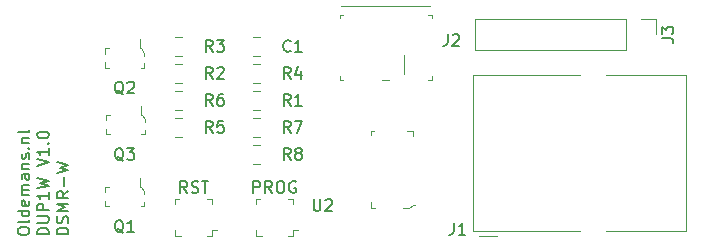
<source format=gbr>
%TF.GenerationSoftware,KiCad,Pcbnew,(5.1.9-0-10_14)*%
%TF.CreationDate,2021-03-01T21:27:09+01:00*%
%TF.ProjectId,P1_wifi,50315f77-6966-4692-9e6b-696361645f70,rev?*%
%TF.SameCoordinates,Original*%
%TF.FileFunction,Legend,Top*%
%TF.FilePolarity,Positive*%
%FSLAX46Y46*%
G04 Gerber Fmt 4.6, Leading zero omitted, Abs format (unit mm)*
G04 Created by KiCad (PCBNEW (5.1.9-0-10_14)) date 2021-03-01 21:27:09*
%MOMM*%
%LPD*%
G01*
G04 APERTURE LIST*
%ADD10C,0.150000*%
%ADD11C,0.100000*%
%ADD12C,0.120000*%
G04 APERTURE END LIST*
D10*
X850380Y1288071D02*
X850380Y1478547D01*
X898000Y1573785D01*
X993238Y1669023D01*
X1183714Y1716642D01*
X1517047Y1716642D01*
X1707523Y1669023D01*
X1802761Y1573785D01*
X1850380Y1478547D01*
X1850380Y1288071D01*
X1802761Y1192833D01*
X1707523Y1097595D01*
X1517047Y1049976D01*
X1183714Y1049976D01*
X993238Y1097595D01*
X898000Y1192833D01*
X850380Y1288071D01*
X1850380Y2288071D02*
X1802761Y2192833D01*
X1707523Y2145214D01*
X850380Y2145214D01*
X1850380Y3097595D02*
X850380Y3097595D01*
X1802761Y3097595D02*
X1850380Y3002357D01*
X1850380Y2811880D01*
X1802761Y2716642D01*
X1755142Y2669023D01*
X1659904Y2621404D01*
X1374190Y2621404D01*
X1278952Y2669023D01*
X1231333Y2716642D01*
X1183714Y2811880D01*
X1183714Y3002357D01*
X1231333Y3097595D01*
X1802761Y3954738D02*
X1850380Y3859500D01*
X1850380Y3669023D01*
X1802761Y3573785D01*
X1707523Y3526166D01*
X1326571Y3526166D01*
X1231333Y3573785D01*
X1183714Y3669023D01*
X1183714Y3859500D01*
X1231333Y3954738D01*
X1326571Y4002357D01*
X1421809Y4002357D01*
X1517047Y3526166D01*
X1850380Y4430928D02*
X1183714Y4430928D01*
X1278952Y4430928D02*
X1231333Y4478547D01*
X1183714Y4573785D01*
X1183714Y4716642D01*
X1231333Y4811880D01*
X1326571Y4859500D01*
X1850380Y4859500D01*
X1326571Y4859500D02*
X1231333Y4907119D01*
X1183714Y5002357D01*
X1183714Y5145214D01*
X1231333Y5240452D01*
X1326571Y5288071D01*
X1850380Y5288071D01*
X1850380Y6192833D02*
X1326571Y6192833D01*
X1231333Y6145214D01*
X1183714Y6049976D01*
X1183714Y5859499D01*
X1231333Y5764261D01*
X1802761Y6192833D02*
X1850380Y6097595D01*
X1850380Y5859499D01*
X1802761Y5764261D01*
X1707523Y5716642D01*
X1612285Y5716642D01*
X1517047Y5764261D01*
X1469428Y5859499D01*
X1469428Y6097595D01*
X1421809Y6192833D01*
X1183714Y6669023D02*
X1850380Y6669023D01*
X1278952Y6669023D02*
X1231333Y6716642D01*
X1183714Y6811880D01*
X1183714Y6954738D01*
X1231333Y7049976D01*
X1326571Y7097595D01*
X1850380Y7097595D01*
X1802761Y7526166D02*
X1850380Y7621404D01*
X1850380Y7811880D01*
X1802761Y7907119D01*
X1707523Y7954738D01*
X1659904Y7954738D01*
X1564666Y7907119D01*
X1517047Y7811880D01*
X1517047Y7669023D01*
X1469428Y7573785D01*
X1374190Y7526166D01*
X1326571Y7526166D01*
X1231333Y7573785D01*
X1183714Y7669023D01*
X1183714Y7811880D01*
X1231333Y7907119D01*
X1755142Y8383309D02*
X1802761Y8430928D01*
X1850380Y8383309D01*
X1802761Y8335690D01*
X1755142Y8383309D01*
X1850380Y8383309D01*
X1183714Y8859500D02*
X1850380Y8859500D01*
X1278952Y8859500D02*
X1231333Y8907119D01*
X1183714Y9002357D01*
X1183714Y9145214D01*
X1231333Y9240452D01*
X1326571Y9288071D01*
X1850380Y9288071D01*
X1850380Y9907119D02*
X1802761Y9811880D01*
X1707523Y9764261D01*
X850380Y9764261D01*
X3500380Y1097595D02*
X2500380Y1097595D01*
X2500380Y1335690D01*
X2548000Y1478547D01*
X2643238Y1573785D01*
X2738476Y1621404D01*
X2928952Y1669023D01*
X3071809Y1669023D01*
X3262285Y1621404D01*
X3357523Y1573785D01*
X3452761Y1478547D01*
X3500380Y1335690D01*
X3500380Y1097595D01*
X2500380Y2097595D02*
X3309904Y2097595D01*
X3405142Y2145214D01*
X3452761Y2192833D01*
X3500380Y2288071D01*
X3500380Y2478547D01*
X3452761Y2573785D01*
X3405142Y2621404D01*
X3309904Y2669023D01*
X2500380Y2669023D01*
X3500380Y3145214D02*
X2500380Y3145214D01*
X2500380Y3526166D01*
X2548000Y3621404D01*
X2595619Y3669023D01*
X2690857Y3716642D01*
X2833714Y3716642D01*
X2928952Y3669023D01*
X2976571Y3621404D01*
X3024190Y3526166D01*
X3024190Y3145214D01*
X3500380Y4669023D02*
X3500380Y4097595D01*
X3500380Y4383309D02*
X2500380Y4383309D01*
X2643238Y4288071D01*
X2738476Y4192833D01*
X2786095Y4097595D01*
X2500380Y5002357D02*
X3500380Y5240452D01*
X2786095Y5430928D01*
X3500380Y5621404D01*
X2500380Y5859500D01*
X2500380Y6859500D02*
X3500380Y7192833D01*
X2500380Y7526166D01*
X3500380Y8383309D02*
X3500380Y7811880D01*
X3500380Y8097595D02*
X2500380Y8097595D01*
X2643238Y8002357D01*
X2738476Y7907119D01*
X2786095Y7811880D01*
X3405142Y8811880D02*
X3452761Y8859500D01*
X3500380Y8811880D01*
X3452761Y8764261D01*
X3405142Y8811880D01*
X3500380Y8811880D01*
X2500380Y9478547D02*
X2500380Y9573785D01*
X2548000Y9669023D01*
X2595619Y9716642D01*
X2690857Y9764261D01*
X2881333Y9811880D01*
X3119428Y9811880D01*
X3309904Y9764261D01*
X3405142Y9716642D01*
X3452761Y9669023D01*
X3500380Y9573785D01*
X3500380Y9478547D01*
X3452761Y9383309D01*
X3405142Y9335690D01*
X3309904Y9288071D01*
X3119428Y9240452D01*
X2881333Y9240452D01*
X2690857Y9288071D01*
X2595619Y9335690D01*
X2548000Y9383309D01*
X2500380Y9478547D01*
X5150380Y1097595D02*
X4150380Y1097595D01*
X4150380Y1335690D01*
X4198000Y1478547D01*
X4293238Y1573785D01*
X4388476Y1621404D01*
X4578952Y1669023D01*
X4721809Y1669023D01*
X4912285Y1621404D01*
X5007523Y1573785D01*
X5102761Y1478547D01*
X5150380Y1335690D01*
X5150380Y1097595D01*
X5102761Y2049976D02*
X5150380Y2192833D01*
X5150380Y2430928D01*
X5102761Y2526166D01*
X5055142Y2573785D01*
X4959904Y2621404D01*
X4864666Y2621404D01*
X4769428Y2573785D01*
X4721809Y2526166D01*
X4674190Y2430928D01*
X4626571Y2240452D01*
X4578952Y2145214D01*
X4531333Y2097595D01*
X4436095Y2049976D01*
X4340857Y2049976D01*
X4245619Y2097595D01*
X4198000Y2145214D01*
X4150380Y2240452D01*
X4150380Y2478547D01*
X4198000Y2621404D01*
X5150380Y3049976D02*
X4150380Y3049976D01*
X4864666Y3383309D01*
X4150380Y3716642D01*
X5150380Y3716642D01*
X5150380Y4764261D02*
X4674190Y4430928D01*
X5150380Y4192833D02*
X4150380Y4192833D01*
X4150380Y4573785D01*
X4198000Y4669023D01*
X4245619Y4716642D01*
X4340857Y4764261D01*
X4483714Y4764261D01*
X4578952Y4716642D01*
X4626571Y4669023D01*
X4674190Y4573785D01*
X4674190Y4192833D01*
X4769428Y5192833D02*
X4769428Y5954738D01*
X4150380Y6335690D02*
X5150380Y6573785D01*
X4436095Y6764261D01*
X5150380Y6954738D01*
X4150380Y7192833D01*
X20820285Y4627619D02*
X20820285Y5627619D01*
X21201238Y5627619D01*
X21296476Y5580000D01*
X21344095Y5532380D01*
X21391714Y5437142D01*
X21391714Y5294285D01*
X21344095Y5199047D01*
X21296476Y5151428D01*
X21201238Y5103809D01*
X20820285Y5103809D01*
X22391714Y4627619D02*
X22058380Y5103809D01*
X21820285Y4627619D02*
X21820285Y5627619D01*
X22201238Y5627619D01*
X22296476Y5580000D01*
X22344095Y5532380D01*
X22391714Y5437142D01*
X22391714Y5294285D01*
X22344095Y5199047D01*
X22296476Y5151428D01*
X22201238Y5103809D01*
X21820285Y5103809D01*
X23010761Y5627619D02*
X23201238Y5627619D01*
X23296476Y5580000D01*
X23391714Y5484761D01*
X23439333Y5294285D01*
X23439333Y4960952D01*
X23391714Y4770476D01*
X23296476Y4675238D01*
X23201238Y4627619D01*
X23010761Y4627619D01*
X22915523Y4675238D01*
X22820285Y4770476D01*
X22772666Y4960952D01*
X22772666Y5294285D01*
X22820285Y5484761D01*
X22915523Y5580000D01*
X23010761Y5627619D01*
X24391714Y5580000D02*
X24296476Y5627619D01*
X24153619Y5627619D01*
X24010761Y5580000D01*
X23915523Y5484761D01*
X23867904Y5389523D01*
X23820285Y5199047D01*
X23820285Y5056190D01*
X23867904Y4865714D01*
X23915523Y4770476D01*
X24010761Y4675238D01*
X24153619Y4627619D01*
X24248857Y4627619D01*
X24391714Y4675238D01*
X24439333Y4722857D01*
X24439333Y5056190D01*
X24248857Y5056190D01*
X15200380Y4627619D02*
X14867047Y5103809D01*
X14628952Y4627619D02*
X14628952Y5627619D01*
X15009904Y5627619D01*
X15105142Y5580000D01*
X15152761Y5532380D01*
X15200380Y5437142D01*
X15200380Y5294285D01*
X15152761Y5199047D01*
X15105142Y5151428D01*
X15009904Y5103809D01*
X14628952Y5103809D01*
X15581333Y4675238D02*
X15724190Y4627619D01*
X15962285Y4627619D01*
X16057523Y4675238D01*
X16105142Y4722857D01*
X16152761Y4818095D01*
X16152761Y4913333D01*
X16105142Y5008571D01*
X16057523Y5056190D01*
X15962285Y5103809D01*
X15771809Y5151428D01*
X15676571Y5199047D01*
X15628952Y5246666D01*
X15581333Y5341904D01*
X15581333Y5437142D01*
X15628952Y5532380D01*
X15676571Y5580000D01*
X15771809Y5627619D01*
X16009904Y5627619D01*
X16152761Y5580000D01*
X16438476Y5627619D02*
X17009904Y5627619D01*
X16724190Y4627619D02*
X16724190Y5627619D01*
D11*
%TO.C,PROG1*%
X24206000Y4140000D02*
X24206000Y3640000D01*
X24206000Y4140000D02*
X23706000Y4140000D01*
X21006000Y4140000D02*
X21406000Y4140000D01*
X21006000Y4140000D02*
X21006000Y3640000D01*
X21006000Y940000D02*
X21006000Y1440000D01*
X21006000Y940000D02*
X21506000Y940000D01*
X24206000Y940000D02*
X24206000Y1440000D01*
X24206000Y1440000D02*
X24606000Y1440000D01*
X24206000Y940000D02*
X23706000Y940000D01*
%TO.C,RST1*%
X17348000Y4140000D02*
X17348000Y3640000D01*
X17348000Y4140000D02*
X16848000Y4140000D01*
X14148000Y4140000D02*
X14548000Y4140000D01*
X14148000Y4140000D02*
X14148000Y3640000D01*
X14148000Y940000D02*
X14148000Y1440000D01*
X14148000Y940000D02*
X14648000Y940000D01*
X17348000Y940000D02*
X17348000Y1440000D01*
X17348000Y1440000D02*
X17748000Y1440000D01*
X17348000Y940000D02*
X16848000Y940000D01*
%TO.C,Q1*%
X11556000Y3493000D02*
X11256000Y3493000D01*
X11556000Y3868000D02*
X11556000Y3493000D01*
X8256000Y3493000D02*
X8256000Y3943000D01*
X8556000Y3493000D02*
X8256000Y3493000D01*
X8481000Y3493000D02*
X8606000Y3493000D01*
X8256000Y5143000D02*
X8606000Y5143000D01*
X8256000Y4668000D02*
X8256000Y5143000D01*
X11231000Y5143000D02*
X11231000Y5918000D01*
X11281000Y5143000D02*
X11231000Y5143000D01*
X11556000Y4768000D02*
X11281000Y5143000D01*
X11556000Y4493000D02*
X11556000Y4768000D01*
%TO.C,U2*%
X30737000Y9879000D02*
X31037000Y9879000D01*
X30737000Y9504000D02*
X30737000Y9879000D01*
X30737000Y3329000D02*
X31137000Y3329000D01*
X30737000Y3829000D02*
X30737000Y3329000D01*
X34287000Y9879000D02*
X34287000Y9429000D01*
X33812000Y9879000D02*
X34287000Y9879000D01*
X34287000Y3629000D02*
X34482000Y3629000D01*
X33962000Y3329000D02*
X34287000Y3629000D01*
X33487000Y3329000D02*
X33962000Y3329000D01*
D12*
%TO.C,R8*%
X21402000Y8674000D02*
X20802000Y8674000D01*
X21382000Y7074000D02*
X20782000Y7074000D01*
%TO.C,R7*%
X20762000Y9360000D02*
X21362000Y9360000D01*
X20782000Y10960000D02*
X21382000Y10960000D01*
%TO.C,R6*%
X14798000Y13246000D02*
X14198000Y13246000D01*
X14778000Y11646000D02*
X14178000Y11646000D01*
%TO.C,R5*%
X14158000Y9360000D02*
X14758000Y9360000D01*
X14178000Y10960000D02*
X14778000Y10960000D01*
%TO.C,R4*%
X20762000Y13932000D02*
X21362000Y13932000D01*
X20782000Y15532000D02*
X21382000Y15532000D01*
%TO.C,R3*%
X14158000Y16218000D02*
X14758000Y16218000D01*
X14178000Y17818000D02*
X14778000Y17818000D01*
%TO.C,R2*%
X14158000Y13932000D02*
X14758000Y13932000D01*
X14178000Y15532000D02*
X14778000Y15532000D01*
%TO.C,R1*%
X21402000Y13246000D02*
X20802000Y13246000D01*
X21382000Y11646000D02*
X20782000Y11646000D01*
D11*
%TO.C,Q3*%
X11622000Y9589000D02*
X11322000Y9589000D01*
X11622000Y9964000D02*
X11622000Y9589000D01*
X8322000Y9589000D02*
X8322000Y10039000D01*
X8622000Y9589000D02*
X8322000Y9589000D01*
X8547000Y9589000D02*
X8672000Y9589000D01*
X8322000Y11239000D02*
X8672000Y11239000D01*
X8322000Y10764000D02*
X8322000Y11239000D01*
X11297000Y11239000D02*
X11297000Y12014000D01*
X11347000Y11239000D02*
X11297000Y11239000D01*
X11622000Y10864000D02*
X11347000Y11239000D01*
X11622000Y10589000D02*
X11622000Y10864000D01*
%TO.C,Q2*%
X11556000Y15211000D02*
X11256000Y15211000D01*
X11556000Y15586000D02*
X11556000Y15211000D01*
X8256000Y15211000D02*
X8256000Y15661000D01*
X8556000Y15211000D02*
X8256000Y15211000D01*
X8481000Y15211000D02*
X8606000Y15211000D01*
X8256000Y16861000D02*
X8606000Y16861000D01*
X8256000Y16386000D02*
X8256000Y16861000D01*
X11231000Y16861000D02*
X11231000Y17636000D01*
X11281000Y16861000D02*
X11231000Y16861000D01*
X11556000Y16486000D02*
X11281000Y16861000D01*
X11556000Y16211000D02*
X11556000Y16486000D01*
D12*
%TO.C,J3*%
X39564000Y19364000D02*
X39564000Y16704000D01*
X52324000Y19364000D02*
X39564000Y19364000D01*
X52324000Y16704000D02*
X39564000Y16704000D01*
X52324000Y19364000D02*
X52324000Y16704000D01*
X53594000Y19364000D02*
X54924000Y19364000D01*
X54924000Y19364000D02*
X54924000Y18034000D01*
D11*
%TO.C,J2*%
X33604000Y14688000D02*
X33604000Y16288000D01*
X32004000Y14188000D02*
X31704000Y14188000D01*
X32004000Y14188000D02*
X32304000Y14188000D01*
X28104000Y19688000D02*
X28104000Y19388000D01*
X28104000Y19688000D02*
X28404000Y19688000D01*
X35904000Y19688000D02*
X35904000Y19388000D01*
X35904000Y19688000D02*
X35604000Y19688000D01*
X35904000Y14188000D02*
X35604000Y14188000D01*
X35904000Y14188000D02*
X35904000Y14488000D01*
X28104000Y14188000D02*
X28404000Y14188000D01*
X28104000Y14188000D02*
X28104000Y14488000D01*
D12*
X28254000Y20438000D02*
X35754000Y20438000D01*
%TO.C,J1*%
X41410000Y926000D02*
X39880000Y926000D01*
X48430000Y1396000D02*
X39410000Y1396000D01*
D11*
X48360000Y1396000D02*
X48430000Y1396000D01*
D12*
X57410000Y1396000D02*
X50630000Y1396000D01*
X57410000Y14596000D02*
X57410000Y1396000D01*
D11*
X57400000Y14596000D02*
X57410000Y14596000D01*
D12*
X57410000Y14596000D02*
X50630000Y14596000D01*
D11*
X57290000Y14596000D02*
X57410000Y14596000D01*
D12*
X39410000Y14596000D02*
X48430000Y14596000D01*
X39410000Y1396000D02*
X39410000Y14596000D01*
%TO.C,C1*%
X20762000Y16218000D02*
X21362000Y16218000D01*
X20782000Y17818000D02*
X21382000Y17818000D01*
%TD*%
%TO.C,Q1*%
D10*
X9810761Y1230380D02*
X9715523Y1278000D01*
X9620285Y1373238D01*
X9477428Y1516095D01*
X9382190Y1563714D01*
X9286952Y1563714D01*
X9334571Y1325619D02*
X9239333Y1373238D01*
X9144095Y1468476D01*
X9096476Y1658952D01*
X9096476Y1992285D01*
X9144095Y2182761D01*
X9239333Y2278000D01*
X9334571Y2325619D01*
X9525047Y2325619D01*
X9620285Y2278000D01*
X9715523Y2182761D01*
X9763142Y1992285D01*
X9763142Y1658952D01*
X9715523Y1468476D01*
X9620285Y1373238D01*
X9525047Y1325619D01*
X9334571Y1325619D01*
X10715523Y1325619D02*
X10144095Y1325619D01*
X10429809Y1325619D02*
X10429809Y2325619D01*
X10334571Y2182761D01*
X10239333Y2087523D01*
X10144095Y2039904D01*
%TO.C,U2*%
X25908095Y4103619D02*
X25908095Y3294095D01*
X25955714Y3198857D01*
X26003333Y3151238D01*
X26098571Y3103619D01*
X26289047Y3103619D01*
X26384285Y3151238D01*
X26431904Y3198857D01*
X26479523Y3294095D01*
X26479523Y4103619D01*
X26908095Y4008380D02*
X26955714Y4056000D01*
X27050952Y4103619D01*
X27289047Y4103619D01*
X27384285Y4056000D01*
X27431904Y4008380D01*
X27479523Y3913142D01*
X27479523Y3817904D01*
X27431904Y3675047D01*
X26860476Y3103619D01*
X27479523Y3103619D01*
%TO.C,R8*%
X23963333Y7421619D02*
X23630000Y7897809D01*
X23391904Y7421619D02*
X23391904Y8421619D01*
X23772857Y8421619D01*
X23868095Y8374000D01*
X23915714Y8326380D01*
X23963333Y8231142D01*
X23963333Y8088285D01*
X23915714Y7993047D01*
X23868095Y7945428D01*
X23772857Y7897809D01*
X23391904Y7897809D01*
X24534761Y7993047D02*
X24439523Y8040666D01*
X24391904Y8088285D01*
X24344285Y8183523D01*
X24344285Y8231142D01*
X24391904Y8326380D01*
X24439523Y8374000D01*
X24534761Y8421619D01*
X24725238Y8421619D01*
X24820476Y8374000D01*
X24868095Y8326380D01*
X24915714Y8231142D01*
X24915714Y8183523D01*
X24868095Y8088285D01*
X24820476Y8040666D01*
X24725238Y7993047D01*
X24534761Y7993047D01*
X24439523Y7945428D01*
X24391904Y7897809D01*
X24344285Y7802571D01*
X24344285Y7612095D01*
X24391904Y7516857D01*
X24439523Y7469238D01*
X24534761Y7421619D01*
X24725238Y7421619D01*
X24820476Y7469238D01*
X24868095Y7516857D01*
X24915714Y7612095D01*
X24915714Y7802571D01*
X24868095Y7897809D01*
X24820476Y7945428D01*
X24725238Y7993047D01*
%TO.C,R7*%
X23963333Y9707619D02*
X23630000Y10183809D01*
X23391904Y9707619D02*
X23391904Y10707619D01*
X23772857Y10707619D01*
X23868095Y10660000D01*
X23915714Y10612380D01*
X23963333Y10517142D01*
X23963333Y10374285D01*
X23915714Y10279047D01*
X23868095Y10231428D01*
X23772857Y10183809D01*
X23391904Y10183809D01*
X24296666Y10707619D02*
X24963333Y10707619D01*
X24534761Y9707619D01*
%TO.C,R6*%
X17359333Y11993619D02*
X17026000Y12469809D01*
X16787904Y11993619D02*
X16787904Y12993619D01*
X17168857Y12993619D01*
X17264095Y12946000D01*
X17311714Y12898380D01*
X17359333Y12803142D01*
X17359333Y12660285D01*
X17311714Y12565047D01*
X17264095Y12517428D01*
X17168857Y12469809D01*
X16787904Y12469809D01*
X18216476Y12993619D02*
X18026000Y12993619D01*
X17930761Y12946000D01*
X17883142Y12898380D01*
X17787904Y12755523D01*
X17740285Y12565047D01*
X17740285Y12184095D01*
X17787904Y12088857D01*
X17835523Y12041238D01*
X17930761Y11993619D01*
X18121238Y11993619D01*
X18216476Y12041238D01*
X18264095Y12088857D01*
X18311714Y12184095D01*
X18311714Y12422190D01*
X18264095Y12517428D01*
X18216476Y12565047D01*
X18121238Y12612666D01*
X17930761Y12612666D01*
X17835523Y12565047D01*
X17787904Y12517428D01*
X17740285Y12422190D01*
%TO.C,R5*%
X17359333Y9707619D02*
X17026000Y10183809D01*
X16787904Y9707619D02*
X16787904Y10707619D01*
X17168857Y10707619D01*
X17264095Y10660000D01*
X17311714Y10612380D01*
X17359333Y10517142D01*
X17359333Y10374285D01*
X17311714Y10279047D01*
X17264095Y10231428D01*
X17168857Y10183809D01*
X16787904Y10183809D01*
X18264095Y10707619D02*
X17787904Y10707619D01*
X17740285Y10231428D01*
X17787904Y10279047D01*
X17883142Y10326666D01*
X18121238Y10326666D01*
X18216476Y10279047D01*
X18264095Y10231428D01*
X18311714Y10136190D01*
X18311714Y9898095D01*
X18264095Y9802857D01*
X18216476Y9755238D01*
X18121238Y9707619D01*
X17883142Y9707619D01*
X17787904Y9755238D01*
X17740285Y9802857D01*
%TO.C,R4*%
X23963333Y14279619D02*
X23630000Y14755809D01*
X23391904Y14279619D02*
X23391904Y15279619D01*
X23772857Y15279619D01*
X23868095Y15232000D01*
X23915714Y15184380D01*
X23963333Y15089142D01*
X23963333Y14946285D01*
X23915714Y14851047D01*
X23868095Y14803428D01*
X23772857Y14755809D01*
X23391904Y14755809D01*
X24820476Y14946285D02*
X24820476Y14279619D01*
X24582380Y15327238D02*
X24344285Y14612952D01*
X24963333Y14612952D01*
%TO.C,R3*%
X17359333Y16565619D02*
X17026000Y17041809D01*
X16787904Y16565619D02*
X16787904Y17565619D01*
X17168857Y17565619D01*
X17264095Y17518000D01*
X17311714Y17470380D01*
X17359333Y17375142D01*
X17359333Y17232285D01*
X17311714Y17137047D01*
X17264095Y17089428D01*
X17168857Y17041809D01*
X16787904Y17041809D01*
X17692666Y17565619D02*
X18311714Y17565619D01*
X17978380Y17184666D01*
X18121238Y17184666D01*
X18216476Y17137047D01*
X18264095Y17089428D01*
X18311714Y16994190D01*
X18311714Y16756095D01*
X18264095Y16660857D01*
X18216476Y16613238D01*
X18121238Y16565619D01*
X17835523Y16565619D01*
X17740285Y16613238D01*
X17692666Y16660857D01*
%TO.C,R2*%
X17359333Y14279619D02*
X17026000Y14755809D01*
X16787904Y14279619D02*
X16787904Y15279619D01*
X17168857Y15279619D01*
X17264095Y15232000D01*
X17311714Y15184380D01*
X17359333Y15089142D01*
X17359333Y14946285D01*
X17311714Y14851047D01*
X17264095Y14803428D01*
X17168857Y14755809D01*
X16787904Y14755809D01*
X17740285Y15184380D02*
X17787904Y15232000D01*
X17883142Y15279619D01*
X18121238Y15279619D01*
X18216476Y15232000D01*
X18264095Y15184380D01*
X18311714Y15089142D01*
X18311714Y14993904D01*
X18264095Y14851047D01*
X17692666Y14279619D01*
X18311714Y14279619D01*
%TO.C,R1*%
X23963333Y11993619D02*
X23630000Y12469809D01*
X23391904Y11993619D02*
X23391904Y12993619D01*
X23772857Y12993619D01*
X23868095Y12946000D01*
X23915714Y12898380D01*
X23963333Y12803142D01*
X23963333Y12660285D01*
X23915714Y12565047D01*
X23868095Y12517428D01*
X23772857Y12469809D01*
X23391904Y12469809D01*
X24915714Y11993619D02*
X24344285Y11993619D01*
X24630000Y11993619D02*
X24630000Y12993619D01*
X24534761Y12850761D01*
X24439523Y12755523D01*
X24344285Y12707904D01*
%TO.C,Q3*%
X9810761Y7326380D02*
X9715523Y7374000D01*
X9620285Y7469238D01*
X9477428Y7612095D01*
X9382190Y7659714D01*
X9286952Y7659714D01*
X9334571Y7421619D02*
X9239333Y7469238D01*
X9144095Y7564476D01*
X9096476Y7754952D01*
X9096476Y8088285D01*
X9144095Y8278761D01*
X9239333Y8374000D01*
X9334571Y8421619D01*
X9525047Y8421619D01*
X9620285Y8374000D01*
X9715523Y8278761D01*
X9763142Y8088285D01*
X9763142Y7754952D01*
X9715523Y7564476D01*
X9620285Y7469238D01*
X9525047Y7421619D01*
X9334571Y7421619D01*
X10096476Y8421619D02*
X10715523Y8421619D01*
X10382190Y8040666D01*
X10525047Y8040666D01*
X10620285Y7993047D01*
X10667904Y7945428D01*
X10715523Y7850190D01*
X10715523Y7612095D01*
X10667904Y7516857D01*
X10620285Y7469238D01*
X10525047Y7421619D01*
X10239333Y7421619D01*
X10144095Y7469238D01*
X10096476Y7516857D01*
%TO.C,Q2*%
X9810761Y12948380D02*
X9715523Y12996000D01*
X9620285Y13091238D01*
X9477428Y13234095D01*
X9382190Y13281714D01*
X9286952Y13281714D01*
X9334571Y13043619D02*
X9239333Y13091238D01*
X9144095Y13186476D01*
X9096476Y13376952D01*
X9096476Y13710285D01*
X9144095Y13900761D01*
X9239333Y13996000D01*
X9334571Y14043619D01*
X9525047Y14043619D01*
X9620285Y13996000D01*
X9715523Y13900761D01*
X9763142Y13710285D01*
X9763142Y13376952D01*
X9715523Y13186476D01*
X9620285Y13091238D01*
X9525047Y13043619D01*
X9334571Y13043619D01*
X10144095Y13948380D02*
X10191714Y13996000D01*
X10286952Y14043619D01*
X10525047Y14043619D01*
X10620285Y13996000D01*
X10667904Y13948380D01*
X10715523Y13853142D01*
X10715523Y13757904D01*
X10667904Y13615047D01*
X10096476Y13043619D01*
X10715523Y13043619D01*
%TO.C,J3*%
X55376380Y17700666D02*
X56090666Y17700666D01*
X56233523Y17653047D01*
X56328761Y17557809D01*
X56376380Y17414952D01*
X56376380Y17319714D01*
X55376380Y18081619D02*
X55376380Y18700666D01*
X55757333Y18367333D01*
X55757333Y18510190D01*
X55804952Y18605428D01*
X55852571Y18653047D01*
X55947809Y18700666D01*
X56185904Y18700666D01*
X56281142Y18653047D01*
X56328761Y18605428D01*
X56376380Y18510190D01*
X56376380Y18224476D01*
X56328761Y18129238D01*
X56281142Y18081619D01*
%TO.C,J2*%
X37258666Y18073619D02*
X37258666Y17359333D01*
X37211047Y17216476D01*
X37115809Y17121238D01*
X36972952Y17073619D01*
X36877714Y17073619D01*
X37687238Y17978380D02*
X37734857Y18026000D01*
X37830095Y18073619D01*
X38068190Y18073619D01*
X38163428Y18026000D01*
X38211047Y17978380D01*
X38258666Y17883142D01*
X38258666Y17787904D01*
X38211047Y17645047D01*
X37639619Y17073619D01*
X38258666Y17073619D01*
%TO.C,J1*%
X37766666Y2071619D02*
X37766666Y1357333D01*
X37719047Y1214476D01*
X37623809Y1119238D01*
X37480952Y1071619D01*
X37385714Y1071619D01*
X38766666Y1071619D02*
X38195238Y1071619D01*
X38480952Y1071619D02*
X38480952Y2071619D01*
X38385714Y1928761D01*
X38290476Y1833523D01*
X38195238Y1785904D01*
%TO.C,C1*%
X23963333Y16660857D02*
X23915714Y16613238D01*
X23772857Y16565619D01*
X23677619Y16565619D01*
X23534761Y16613238D01*
X23439523Y16708476D01*
X23391904Y16803714D01*
X23344285Y16994190D01*
X23344285Y17137047D01*
X23391904Y17327523D01*
X23439523Y17422761D01*
X23534761Y17518000D01*
X23677619Y17565619D01*
X23772857Y17565619D01*
X23915714Y17518000D01*
X23963333Y17470380D01*
X24915714Y16565619D02*
X24344285Y16565619D01*
X24630000Y16565619D02*
X24630000Y17565619D01*
X24534761Y17422761D01*
X24439523Y17327523D01*
X24344285Y17279904D01*
%TD*%
M02*

</source>
